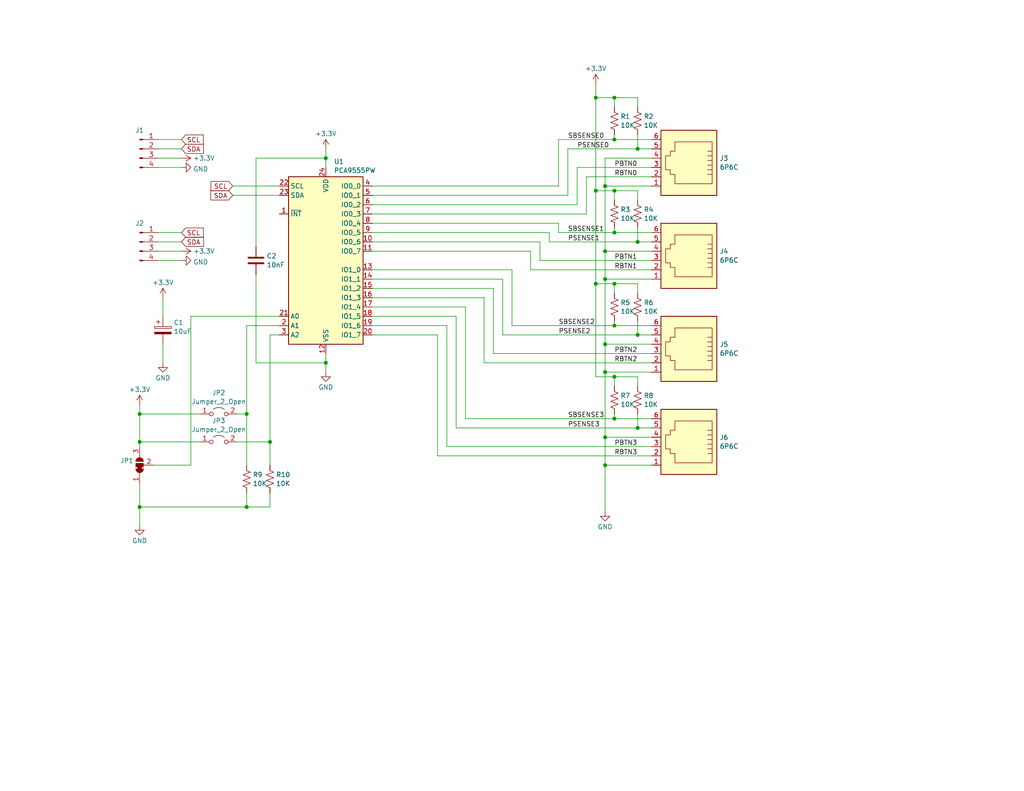
<source format=kicad_sch>
(kicad_sch (version 20230121) (generator eeschema)
  (paper "A")
  (title_block (title "TinyOOB Hub") (date "2024-02-02") (rev "1.0"))
  (lib_symbols
    (symbol "Connector:6P6C" (pin_names (offset 1.016))
      (property "Reference" "J" (at -5.08 11.43 0))
      (property "Value" "6P6C" (at 2.54 11.43 0))
      (symbol "6P6C_0_1"
        (polyline (pts (xy -6.35 -1.905) (xy -5.08 -1.905) (xy -5.08 -1.905)))
        (polyline (pts (xy -6.35 -0.635) (xy -5.08 -0.635) (xy -5.08 -0.635)))
        (polyline (pts (xy -6.35 0.635) (xy -5.08 0.635) (xy -5.08 0.635)))
        (polyline (pts (xy -6.35 1.905) (xy -5.08 1.905) (xy -5.08 1.905)))
        (polyline (pts (xy -6.35 3.175) (xy -5.08 3.175) (xy -5.08 3.175)))
        (polyline (pts (xy -5.08 4.445) (xy -6.35 4.445) (xy -6.35 4.445)))
        (polyline (pts (xy -6.35 -4.445) (xy -6.35 6.985) (xy 3.81 6.985) (xy 3.81 4.445) (xy 5.08 4.445) (xy 5.08 3.175) (xy 6.35 3.175) (xy 6.35 -0.635) (xy 5.08 -0.635) (xy 5.08 -1.905) (xy 3.81 -1.905) (xy 3.81 -4.445) (xy -6.35 -4.445) (xy -6.35 -4.445)))
        (rectangle (start 7.62 10.16) (end -7.62 -7.62) (stroke (width 0.254)) (fill (type background)))
      )
      (symbol "6P6C_1_1"
        (pin passive line (at 10.16 -5.08 180) (length 2.54) (name "~") (number "1"))
        (pin passive line (at 10.16 -2.54 180) (length 2.54) (name "~") (number "2"))
        (pin passive line (at 10.16 0 180) (length 2.54) (name "~") (number "3"))
        (pin passive line (at 10.16 2.54 180) (length 2.54) (name "~") (number "4"))
        (pin passive line (at 10.16 5.08 180) (length 2.54) (name "~") (number "5"))
        (pin passive line (at 10.16 7.62 180) (length 2.54) (name "~") (number "6"))
      )
    )
    (symbol "Connector:Conn_01x04_Male" (pin_names (offset 1.016) hide)
      (property "Reference" "J" (at 0 5.08 0))
      (property "Value" "Conn_01x04_Male" (at 0 -7.62 0))
      (symbol "Conn_01x04_Male_1_1"
        (polyline (pts (xy 1.27 -5.08) (xy 0.8636 -5.08)) (stroke (width 0.1524)))
        (polyline (pts (xy 1.27 -2.54) (xy 0.8636 -2.54)) (stroke (width 0.1524)))
        (polyline (pts (xy 1.27 0) (xy 0.8636 0)) (stroke (width 0.1524)))
        (polyline (pts (xy 1.27 2.54) (xy 0.8636 2.54)) (stroke (width 0.1524)))
        (rectangle (start 0.8636 -4.953) (end 0 -5.207) (stroke (width 0.1524)) (fill (type outline)))
        (rectangle (start 0.8636 -2.413) (end 0 -2.667) (stroke (width 0.1524)) (fill (type outline)))
        (rectangle (start 0.8636 0.127) (end 0 -0.127) (stroke (width 0.1524)) (fill (type outline)))
        (rectangle (start 0.8636 2.667) (end 0 2.413) (stroke (width 0.1524)) (fill (type outline)))
        (pin passive line (at 5.08 2.54 180) (length 3.81) (name "Pin_1") (number "1"))
        (pin passive line (at 5.08 0 180) (length 3.81) (name "Pin_2") (number "2"))
        (pin passive line (at 5.08 -2.54 180) (length 3.81) (name "Pin_3") (number "3"))
        (pin passive line (at 5.08 -5.08 180) (length 3.81) (name "Pin_4") (number "4"))
      )
    )
    (symbol "Device:C" (pin_numbers hide) (pin_names (offset 0.254))
      (property "Reference" "C" (at 0.635 2.54 0))
      (property "Value" "C" (at 0.635 -2.54 0))
      (symbol "C_0_1"
        (polyline (pts (xy -2.032 -0.762) (xy 2.032 -0.762)) (stroke (width 0.508)))
        (polyline (pts (xy -2.032 0.762) (xy 2.032 0.762)) (stroke (width 0.508)))
      )
      (symbol "C_1_1"
        (pin passive line (at 0 3.81 270) (length 2.794) (name "~") (number "1"))
        (pin passive line (at 0 -3.81 90) (length 2.794) (name "~") (number "2"))
      )
    )
    (symbol "Device:C_Polarized" (pin_numbers hide) (pin_names (offset 0.254))
      (property "Reference" "C" (at 0.635 2.54 0))
      (property "Value" "C_Polarized" (at 0.635 -2.54 0))
      (symbol "C_Polarized_0_1"
        (rectangle (start -2.286 0.508) (end 2.286 1.016))
        (polyline (pts (xy -1.778 2.286) (xy -0.762 2.286)))
        (polyline (pts (xy -1.27 2.794) (xy -1.27 1.778)))
        (rectangle (start 2.286 -0.508) (end -2.286 -1.016) (fill (type outline)))
      )
      (symbol "C_Polarized_1_1"
        (pin passive line (at 0 3.81 270) (length 2.794) (name "~") (number "1"))
        (pin passive line (at 0 -3.81 90) (length 2.794) (name "~") (number "2"))
      )
    )
    (symbol "Device:R_US" (pin_numbers hide) (pin_names (offset 0))
      (property "Reference" "R" (at 2.54 0 90))
      (property "Value" "R_US" (at -2.54 0 90))
      (symbol "R_US_0_1"
        (polyline (pts (xy 0 -2.286) (xy 0 -2.54)))
        (polyline (pts (xy 0 2.286) (xy 0 2.54)))
        (polyline (pts (xy 0 -0.762) (xy 1.016 -1.143) (xy 0 -1.524) (xy -1.016 -1.905) (xy 0 -2.286)))
        (polyline (pts (xy 0 0.762) (xy 1.016 0.381) (xy 0 0) (xy -1.016 -0.381) (xy 0 -0.762)))
        (polyline (pts (xy 0 2.286) (xy 1.016 1.905) (xy 0 1.524) (xy -1.016 1.143) (xy 0 0.762)))
      )
      (symbol "R_US_1_1"
        (pin passive line (at 0 3.81 270) (length 1.27) (name "~") (number "1"))
        (pin passive line (at 0 -3.81 90) (length 1.27) (name "~") (number "2"))
      )
    )
    (symbol "Interface_Expansion:PCA9555PW"
      (property "Reference" "U" (at -8.89 24.13 0))
      (property "Value" "PCA9555PW" (at 6.35 24.13 0))
      (symbol "PCA9555PW_0_1"
        (rectangle (start -10.16 22.86) (end 10.16 -22.86) (stroke (width 0.254)) (fill (type background)))
      )
      (symbol "PCA9555PW_1_1"
        (pin open_collector line (at -12.7 12.7 0) (length 2.54) (name "~{INT}") (number "1"))
        (pin bidirectional line (at 12.7 5.08 180) (length 2.54) (name "IO0_6") (number "10"))
        (pin bidirectional line (at 12.7 2.54 180) (length 2.54) (name "IO0_7") (number "11"))
        (pin power_in line (at 0 -25.4 90) (length 2.54) (name "VSS") (number "12"))
        (pin bidirectional line (at 12.7 -2.54 180) (length 2.54) (name "IO1_0") (number "13"))
        (pin bidirectional line (at 12.7 -5.08 180) (length 2.54) (name "IO1_1") (number "14"))
        (pin bidirectional line (at 12.7 -7.62 180) (length 2.54) (name "IO1_2") (number "15"))
        (pin bidirectional line (at 12.7 -10.16 180) (length 2.54) (name "IO1_3") (number "16"))
        (pin bidirectional line (at 12.7 -12.7 180) (length 2.54) (name "IO1_4") (number "17"))
        (pin bidirectional line (at 12.7 -15.24 180) (length 2.54) (name "IO1_5") (number "18"))
        (pin bidirectional line (at 12.7 -17.78 180) (length 2.54) (name "IO1_6") (number "19"))
        (pin input line (at -12.7 -17.78 0) (length 2.54) (name "A1") (number "2"))
        (pin bidirectional line (at 12.7 -20.32 180) (length 2.54) (name "IO1_7") (number "20"))
        (pin input line (at -12.7 -15.24 0) (length 2.54) (name "A0") (number "21"))
        (pin input line (at -12.7 20.32 0) (length 2.54) (name "SCL") (number "22"))
        (pin bidirectional line (at -12.7 17.78 0) (length 2.54) (name "SDA") (number "23"))
        (pin power_in line (at 0 25.4 270) (length 2.54) (name "VDD") (number "24"))
        (pin input line (at -12.7 -20.32 0) (length 2.54) (name "A2") (number "3"))
        (pin bidirectional line (at 12.7 20.32 180) (length 2.54) (name "IO0_0") (number "4"))
        (pin bidirectional line (at 12.7 17.78 180) (length 2.54) (name "IO0_1") (number "5"))
        (pin bidirectional line (at 12.7 15.24 180) (length 2.54) (name "IO0_2") (number "6"))
        (pin bidirectional line (at 12.7 12.7 180) (length 2.54) (name "IO0_3") (number "7"))
        (pin bidirectional line (at 12.7 10.16 180) (length 2.54) (name "IO0_4") (number "8"))
        (pin bidirectional line (at 12.7 7.62 180) (length 2.54) (name "IO0_5") (number "9"))
      )
    )
    (symbol "Jumper:Jumper_2_Open" (pin_names (offset 0) hide)
      (property "Reference" "JP" (at 0 2.794 0))
      (property "Value" "Jumper_2_Open" (at 0 -2.286 0))
      (symbol "Jumper_2_Open_0_0"
        (circle (center -2.032 0) (radius 0.508))
        (circle (center 2.032 0) (radius 0.508))
      )
      (symbol "Jumper_2_Open_0_1"
        (arc (start 1.524 1.27) (mid 0 1.778) (end -1.524 1.27))
      )
      (symbol "Jumper_2_Open_1_1"
        (pin passive line (at -5.08 0 0) (length 2.54) (name "A") (number "1"))
        (pin passive line (at 5.08 0 180) (length 2.54) (name "B") (number "2"))
      )
    )
    (symbol "Jumper:SolderJumper_3_Bridged12" (pin_names (offset 0) hide)
      (property "Reference" "JP" (at -2.54 -2.54 0))
      (property "Value" "SolderJumper_3_Bridged12" (at 0 2.794 0))
      (symbol "SolderJumper_3_Bridged12_0_1"
        (rectangle (start -1.016 0.508) (end -0.508 -0.508) (fill (type outline)))
        (arc (start -1.016 1.016) (mid -2.0276 0) (end -1.016 -1.016))
        (arc (start -1.016 1.016) (mid -2.0276 0) (end -1.016 -1.016) (fill (type outline)))
        (rectangle (start -0.508 1.016) (end 0.508 -1.016) (fill (type outline)))
        (polyline (pts (xy -2.54 0) (xy -2.032 0)))
        (polyline (pts (xy -1.016 1.016) (xy -1.016 -1.016)))
        (polyline (pts (xy 0 -1.27) (xy 0 -1.016)))
        (polyline (pts (xy 1.016 1.016) (xy 1.016 -1.016)))
        (polyline (pts (xy 2.54 0) (xy 2.032 0)))
        (arc (start 1.016 -1.016) (mid 2.0276 0) (end 1.016 1.016))
        (arc (start 1.016 -1.016) (mid 2.0276 0) (end 1.016 1.016) (fill (type outline)))
      )
      (symbol "SolderJumper_3_Bridged12_1_1"
        (pin passive line (at -5.08 0 0) (length 2.54) (name "A") (number "1"))
        (pin passive line (at 0 -3.81 90) (length 2.54) (name "C") (number "2"))
        (pin passive line (at 5.08 0 180) (length 2.54) (name "B") (number "3"))
      )
    )
    (symbol "power:+3.3V" (power) (pin_names (offset 0))
      (property "Value" "+3.3V" (at 0 3.556 0))
      (symbol "+3.3V_0_1"
        (polyline (pts (xy -0.762 1.27) (xy 0 2.54)))
        (polyline (pts (xy 0 0) (xy 0 2.54)))
        (polyline (pts (xy 0 2.54) (xy 0.762 1.27)))
      )
      (symbol "+3.3V_1_1"
        (pin power_in line (at 0 0 90) (length 0) hide (name "+3.3V") (number "1"))
      )
    )
    (symbol "power:GND" (power) (pin_names (offset 0))
      (property "Value" "GND" (at 0 -3.81 0))
      (symbol "GND_0_1"
        (polyline (pts (xy 0 0) (xy 0 -1.27) (xy 1.27 -1.27) (xy 0 -2.54) (xy -1.27 -1.27) (xy 0 -1.27)))
      )
      (symbol "GND_1_1"
        (pin power_in line (at 0 0 270) (length 0) hide (name "GND") (number "1"))
      )
    )
  )
  (junction (at 162.56 77.47))
  (junction (at 167.64 114.3))
  (junction (at 73.66 120.65))
  (junction (at 67.31 138.43))
  (junction (at 167.64 38.1))
  (junction (at 165.1 68.58))
  (junction (at 162.56 52.07))
  (junction (at 167.64 77.47))
  (junction (at 67.31 113.03))
  (junction (at 173.99 116.84))
  (junction (at 167.64 26.67))
  (junction (at 173.99 40.64))
  (junction (at 38.1 120.65))
  (junction (at 167.64 63.5))
  (junction (at 173.99 66.04))
  (junction (at 88.9 43.18))
  (junction (at 173.99 91.44))
  (junction (at 167.64 52.07))
  (junction (at 165.1 76.2))
  (junction (at 88.9 99.06))
  (junction (at 165.1 101.6))
  (junction (at 165.1 93.98))
  (junction (at 165.1 119.38))
  (junction (at 165.1 50.8))
  (junction (at 167.64 102.87))
  (junction (at 38.1 113.03))
  (junction (at 38.1 138.43))
  (junction (at 167.64 88.9))
  (junction (at 162.56 26.67))
  (junction (at 165.1 127))
  (wire (pts (xy 73.66 138.43) (xy 67.31 138.43)))
  (wire (pts (xy 167.64 63.5) (xy 177.8 63.5)))
  (wire (pts (xy 167.64 36.83) (xy 167.64 38.1)))
  (wire (pts (xy 76.2 91.44) (xy 73.66 91.44)))
  (wire (pts (xy 88.9 40.64) (xy 88.9 43.18)))
  (wire (pts (xy 132.08 81.28) (xy 132.08 99.06)))
  (wire (pts (xy 101.6 53.34) (xy 154.94 53.34)))
  (wire (pts (xy 43.18 71.12) (xy 49.53 71.12)))
  (wire (pts (xy 177.8 45.72) (xy 157.48 45.72)))
  (wire (pts (xy 167.64 87.63) (xy 167.64 88.9)))
  (wire (pts (xy 88.9 96.52) (xy 88.9 99.06)))
  (wire (pts (xy 73.66 91.44) (xy 73.66 120.65)))
  (wire (pts (xy 167.64 26.67) (xy 162.56 26.67)))
  (wire (pts (xy 101.6 86.36) (xy 124.46 86.36)))
  (wire (pts (xy 127 83.82) (xy 101.6 83.82)))
  (wire (pts (xy 147.32 66.04) (xy 101.6 66.04)))
  (wire (pts (xy 73.66 134.62) (xy 73.66 138.43)))
  (wire (pts (xy 67.31 127) (xy 67.31 113.03)))
  (wire (pts (xy 165.1 93.98) (xy 165.1 101.6)))
  (wire (pts (xy 38.1 113.03) (xy 54.61 113.03)))
  (wire (pts (xy 165.1 50.8) (xy 165.1 68.58)))
  (wire (pts (xy 101.6 58.42) (xy 160.02 58.42)))
  (wire (pts (xy 67.31 113.03) (xy 67.31 88.9)))
  (wire (pts (xy 167.64 26.67) (xy 167.64 29.21)))
  (wire (pts (xy 177.8 73.66) (xy 144.78 73.66)))
  (wire (pts (xy 177.8 43.18) (xy 165.1 43.18)))
  (wire (pts (xy 157.48 55.88) (xy 101.6 55.88)))
  (wire (pts (xy 173.99 54.61) (xy 173.99 52.07)))
  (wire (pts (xy 162.56 22.86) (xy 162.56 26.67)))
  (wire (pts (xy 43.18 45.72) (xy 49.53 45.72)))
  (wire (pts (xy 177.8 93.98) (xy 165.1 93.98)))
  (wire (pts (xy 124.46 116.84) (xy 173.99 116.84)))
  (wire (pts (xy 167.64 102.87) (xy 167.64 105.41)))
  (wire (pts (xy 134.62 96.52) (xy 134.62 78.74)))
  (wire (pts (xy 139.7 88.9) (xy 139.7 73.66)))
  (wire (pts (xy 173.99 77.47) (xy 167.64 77.47)))
  (wire (pts (xy 69.85 43.18) (xy 88.9 43.18)))
  (wire (pts (xy 173.99 36.83) (xy 173.99 40.64)))
  (wire (pts (xy 38.1 138.43) (xy 38.1 143.51)))
  (wire (pts (xy 173.99 80.01) (xy 173.99 77.47)))
  (wire (pts (xy 124.46 86.36) (xy 124.46 116.84)))
  (wire (pts (xy 67.31 134.62) (xy 67.31 138.43)))
  (wire (pts (xy 69.85 74.93) (xy 69.85 99.06)))
  (wire (pts (xy 173.99 102.87) (xy 167.64 102.87)))
  (wire (pts (xy 38.1 132.08) (xy 38.1 138.43)))
  (wire (pts (xy 177.8 127) (xy 165.1 127)))
  (wire (pts (xy 177.8 121.92) (xy 121.92 121.92)))
  (wire (pts (xy 69.85 99.06) (xy 88.9 99.06)))
  (wire (pts (xy 165.1 127) (xy 165.1 139.7)))
  (wire (pts (xy 173.99 62.23) (xy 173.99 66.04)))
  (wire (pts (xy 173.99 113.03) (xy 173.99 116.84)))
  (wire (pts (xy 177.8 76.2) (xy 165.1 76.2)))
  (wire (pts (xy 44.45 81.28) (xy 44.45 86.36)))
  (wire (pts (xy 177.8 38.1) (xy 167.64 38.1)))
  (wire (pts (xy 167.64 77.47) (xy 162.56 77.47)))
  (wire (pts (xy 165.1 68.58) (xy 165.1 76.2)))
  (wire (pts (xy 67.31 88.9) (xy 76.2 88.9)))
  (wire (pts (xy 64.77 113.03) (xy 67.31 113.03)))
  (wire (pts (xy 177.8 119.38) (xy 165.1 119.38)))
  (wire (pts (xy 76.2 86.36) (xy 52.07 86.36)))
  (wire (pts (xy 139.7 73.66) (xy 101.6 73.66)))
  (wire (pts (xy 38.1 120.65) (xy 38.1 121.92)))
  (wire (pts (xy 165.1 101.6) (xy 165.1 119.38)))
  (wire (pts (xy 121.92 121.92) (xy 121.92 88.9)))
  (wire (pts (xy 38.1 110.49) (xy 38.1 113.03)))
  (wire (pts (xy 167.64 52.07) (xy 167.64 54.61)))
  (wire (pts (xy 73.66 120.65) (xy 73.66 127)))
  (wire (pts (xy 177.8 68.58) (xy 165.1 68.58)))
  (wire (pts (xy 173.99 26.67) (xy 167.64 26.67)))
  (wire (pts (xy 154.94 40.64) (xy 173.99 40.64)))
  (wire (pts (xy 152.4 63.5) (xy 167.64 63.5)))
  (wire (pts (xy 101.6 63.5) (xy 149.86 63.5)))
  (wire (pts (xy 137.16 76.2) (xy 137.16 91.44)))
  (wire (pts (xy 173.99 116.84) (xy 177.8 116.84)))
  (wire (pts (xy 63.5 53.34) (xy 76.2 53.34)))
  (wire (pts (xy 177.8 96.52) (xy 134.62 96.52)))
  (wire (pts (xy 173.99 91.44) (xy 177.8 91.44)))
  (wire (pts (xy 177.8 71.12) (xy 147.32 71.12)))
  (wire (pts (xy 43.18 38.1) (xy 49.53 38.1)))
  (wire (pts (xy 88.9 43.18) (xy 88.9 45.72)))
  (wire (pts (xy 38.1 138.43) (xy 67.31 138.43)))
  (wire (pts (xy 162.56 52.07) (xy 162.56 26.67)))
  (wire (pts (xy 132.08 99.06) (xy 177.8 99.06)))
  (wire (pts (xy 43.18 63.5) (xy 49.53 63.5)))
  (wire (pts (xy 177.8 101.6) (xy 165.1 101.6)))
  (wire (pts (xy 165.1 119.38) (xy 165.1 127)))
  (wire (pts (xy 154.94 53.34) (xy 154.94 40.64)))
  (wire (pts (xy 173.99 87.63) (xy 173.99 91.44)))
  (wire (pts (xy 43.18 68.58) (xy 49.53 68.58)))
  (wire (pts (xy 173.99 29.21) (xy 173.99 26.67)))
  (wire (pts (xy 177.8 50.8) (xy 165.1 50.8)))
  (wire (pts (xy 167.64 52.07) (xy 162.56 52.07)))
  (wire (pts (xy 167.64 77.47) (xy 167.64 80.01)))
  (wire (pts (xy 101.6 91.44) (xy 119.38 91.44)))
  (wire (pts (xy 38.1 113.03) (xy 38.1 120.65)))
  (wire (pts (xy 147.32 71.12) (xy 147.32 66.04)))
  (wire (pts (xy 157.48 45.72) (xy 157.48 55.88)))
  (wire (pts (xy 144.78 68.58) (xy 101.6 68.58)))
  (wire (pts (xy 167.64 113.03) (xy 167.64 114.3)))
  (wire (pts (xy 167.64 102.87) (xy 162.56 102.87)))
  (wire (pts (xy 52.07 86.36) (xy 52.07 127)))
  (wire (pts (xy 152.4 38.1) (xy 152.4 50.8)))
  (wire (pts (xy 144.78 73.66) (xy 144.78 68.58)))
  (wire (pts (xy 63.5 50.8) (xy 76.2 50.8)))
  (wire (pts (xy 64.77 120.65) (xy 73.66 120.65)))
  (wire (pts (xy 165.1 76.2) (xy 165.1 93.98)))
  (wire (pts (xy 88.9 99.06) (xy 88.9 101.6)))
  (wire (pts (xy 44.45 93.98) (xy 44.45 99.06)))
  (wire (pts (xy 134.62 78.74) (xy 101.6 78.74)))
  (wire (pts (xy 101.6 76.2) (xy 137.16 76.2)))
  (wire (pts (xy 152.4 50.8) (xy 101.6 50.8)))
  (wire (pts (xy 165.1 43.18) (xy 165.1 50.8)))
  (wire (pts (xy 177.8 114.3) (xy 167.64 114.3)))
  (wire (pts (xy 119.38 91.44) (xy 119.38 124.46)))
  (wire (pts (xy 160.02 58.42) (xy 160.02 48.26)))
  (wire (pts (xy 149.86 63.5) (xy 149.86 66.04)))
  (wire (pts (xy 38.1 120.65) (xy 54.61 120.65)))
  (wire (pts (xy 139.7 88.9) (xy 167.64 88.9)))
  (wire (pts (xy 52.07 127) (xy 41.91 127)))
  (wire (pts (xy 162.56 102.87) (xy 162.56 77.47)))
  (wire (pts (xy 43.18 66.04) (xy 49.53 66.04)))
  (wire (pts (xy 101.6 60.96) (xy 152.4 60.96)))
  (wire (pts (xy 43.18 43.18) (xy 49.53 43.18)))
  (wire (pts (xy 152.4 60.96) (xy 152.4 63.5)))
  (wire (pts (xy 101.6 81.28) (xy 132.08 81.28)))
  (wire (pts (xy 121.92 88.9) (xy 101.6 88.9)))
  (wire (pts (xy 173.99 40.64) (xy 177.8 40.64)))
  (wire (pts (xy 167.64 62.23) (xy 167.64 63.5)))
  (wire (pts (xy 167.64 114.3) (xy 127 114.3)))
  (wire (pts (xy 127 114.3) (xy 127 83.82)))
  (wire (pts (xy 137.16 91.44) (xy 173.99 91.44)))
  (wire (pts (xy 173.99 66.04) (xy 177.8 66.04)))
  (wire (pts (xy 149.86 66.04) (xy 173.99 66.04)))
  (wire (pts (xy 177.8 88.9) (xy 167.64 88.9)))
  (wire (pts (xy 162.56 77.47) (xy 162.56 52.07)))
  (wire (pts (xy 43.18 40.64) (xy 49.53 40.64)))
  (wire (pts (xy 173.99 105.41) (xy 173.99 102.87)))
  (wire (pts (xy 160.02 48.26) (xy 177.8 48.26)))
  (wire (pts (xy 69.85 67.31) (xy 69.85 43.18)))
  (wire (pts (xy 167.64 38.1) (xy 152.4 38.1)))
  (wire (pts (xy 173.99 52.07) (xy 167.64 52.07)))
  (wire (pts (xy 119.38 124.46) (xy 177.8 124.46)))
  (label "PBTN1" (at 167.64 71.12 0))
  (label "PSENSE1" (at 154.94 66.04 0))
  (label "RBTN0" (at 167.64 48.26 0))
  (label "PBTN3" (at 167.64 121.92 0))
  (label "RBTN1" (at 167.64 73.66 0))
  (label "PSENSE2" (at 152.4 91.44 0))
  (label "SBSENSE3" (at 154.94 114.3 0))
  (label "RBTN3" (at 167.64 124.46 0))
  (label "PSENSE0" (at 157.48 40.64 0))
  (label "SBSENSE0" (at 154.94 38.1 0))
  (label "SBSENSE1" (at 154.94 63.5 0))
  (label "PBTN2" (at 167.64 96.52 0))
  (label "PBTN0" (at 167.64 45.72 0))
  (label "PSENSE3" (at 154.94 116.84 0))
  (label "RBTN2" (at 167.64 99.06 0))
  (label "SBSENSE2" (at 152.4 88.9 0))
  (global_label "SCL" (shape input) (at 63.5 50.8 180) (property "Intersheetrefs" "${INTERSHEET_REFS}" (effects hide)))
  (global_label "SCL" (shape input) (at 49.53 63.5 0) (property "Intersheetrefs" "${INTERSHEET_REFS}" (effects hide)))
  (global_label "SDA" (shape input) (at 49.53 40.64 0) (property "Intersheetrefs" "${INTERSHEET_REFS}" (effects hide)))
  (global_label "SDA" (shape input) (at 49.53 66.04 0) (property "Intersheetrefs" "${INTERSHEET_REFS}" (effects hide)))
  (global_label "SDA" (shape input) (at 63.5 53.34 180) (property "Intersheetrefs" "${INTERSHEET_REFS}" (effects hide)))
  (global_label "SCL" (shape input) (at 49.53 38.1 0) (property "Intersheetrefs" "${INTERSHEET_REFS}" (effects hide)))
  (symbol (lib_id "Interface_Expansion:PCA9555PW") (at 88.9 71.12 0) (unit 1)
    (property "Reference" "U1" (at 91.0941 44.1157 0) (effects (justify left)))
    (property "Value" "PCA9555PW" (at 91.0941 46.5399 0) (effects (justify left)))
    (property "Footprint" "Package_SO:TSSOP-24_4.4x7.8mm_P0.65mm" (effects hide))
    (property "Datasheet" "https://www.nxp.com/docs/en/data-sheet/PCA9555.pdf" (effects hide))
  )
  (symbol (lib_id "Connector:6P6C") (at 187.96 71.12 0) (mirror y) (unit 1)
    (property "Reference" "J4" (at 196.342 68.6379 0) (effects (justify right)))
    (property "Value" "6P6C" (at 196.342 71.0621 0) (effects (justify right)))
    (property "Footprint" "footprints:CUI_CRJ030-G-TH" (effects hide))
  )
  (symbol (lib_id "Device:C") (at 69.85 71.12 0) (unit 1)
    (property "Reference" "C2" (at 72.771 69.9079 0) (effects (justify left)))
    (property "Value" "10nF" (at 72.771 72.3321 0) (effects (justify left)))
    (property "Footprint" "Capacitor_SMD:C_0805_2012Metric_Pad1.18x1.45mm_HandSolder" (effects hide))
  )
  (symbol (lib_id "power:+3.3V") (at 49.53 68.58 270) (unit 1)
    (property "Reference" "#PWR03" (effects hide))
    (property "Value" "+3.3V" (at 52.705 68.58 90) (effects (justify left)))
  )
  (symbol (lib_id "Connector:6P6C") (at 187.96 121.92 0) (mirror y) (unit 1)
    (property "Reference" "J6" (at 196.342 119.4379 0) (effects (justify right)))
    (property "Value" "6P6C" (at 196.342 121.8621 0) (effects (justify right)))
    (property "Footprint" "footprints:CUI_CRJ030-G-TH" (effects hide))
  )
  (symbol (lib_id "power:GND") (at 44.45 99.06 0) (unit 1)
    (property "Reference" "#PWR010" (effects hide))
    (property "Value" "GND" (at 44.45 103.1931 0))
  )
  (symbol (lib_id "Connector:6P6C") (at 187.96 96.52 0) (mirror y) (unit 1)
    (property "Reference" "J5" (at 196.342 94.0379 0) (effects (justify right)))
    (property "Value" "6P6C" (at 196.342 96.4621 0) (effects (justify right)))
    (property "Footprint" "footprints:CUI_CRJ030-G-TH" (effects hide))
  )
  (symbol (lib_id "Device:C_Polarized") (at 44.45 90.17 0) (unit 1)
    (property "Reference" "C1" (at 47.371 88.0689 0) (effects (justify left)))
    (property "Value" "10uF" (at 47.371 90.4931 0) (effects (justify left)))
    (property "Footprint" "Capacitor_THT:CP_Radial_D5.0mm_P2.50mm" (effects hide))
  )
  (symbol (lib_id "Device:R_US") (at 173.99 33.02 0) (unit 1)
    (property "Reference" "R2" (at 175.641 31.8079 0) (effects (justify left)))
    (property "Value" "10K" (at 175.641 34.2321 0) (effects (justify left)))
    (property "Footprint" "Resistor_SMD:R_0805_2012Metric_Pad1.20x1.40mm_HandSolder" (effects hide))
  )
  (symbol (lib_id "power:GND") (at 38.1 143.51 0) (unit 1)
    (property "Reference" "#PWR012" (effects hide))
    (property "Value" "GND" (at 38.1 147.6431 0))
  )
  (symbol (lib_id "Jumper:Jumper_2_Open") (at 59.69 120.65 0) (unit 1)
    (property "Reference" "JP3" (at 59.69 114.8547 0))
    (property "Value" "Jumper_2_Open" (at 59.69 117.2789 0))
    (property "Footprint" "Connector_PinHeader_2.00mm:PinHeader_1x02_P2.00mm_Vertical" (effects hide))
  )
  (symbol (lib_id "Device:R_US") (at 73.66 130.81 0) (unit 1)
    (property "Reference" "R10" (at 75.311 129.5979 0) (effects (justify left)))
    (property "Value" "10K" (at 75.311 132.0221 0) (effects (justify left)))
    (property "Footprint" "Resistor_SMD:R_0805_2012Metric_Pad1.20x1.40mm_HandSolder" (effects hide))
  )
  (symbol (lib_id "Jumper:SolderJumper_3_Bridged12") (at 38.1 127 90) (unit 1)
    (property "Reference" "JP1" (at 36.4491 125.7879 90) (effects (justify left)))
    (property "Value" "SolderJumper_3_Bridged12" (effects hide))
    (property "Footprint" "Jumper:SolderJumper-3_P1.3mm_Bridged12_Pad1.0x1.5mm" (effects hide))
  )
  (symbol (lib_id "power:GND") (at 49.53 45.72 90) (unit 1)
    (property "Reference" "#PWR02" (effects hide))
    (property "Value" "GND" (at 52.705 46.1538 90) (effects (justify right)))
  )
  (symbol (lib_id "power:GND") (at 88.9 101.6 0) (unit 1)
    (property "Reference" "#PWR08" (effects hide))
    (property "Value" "GND" (at 88.9 105.7331 0))
  )
  (symbol (lib_id "Connector:Conn_01x04_Male") (at 38.1 66.04 0) (unit 1)
    (property "Reference" "J2" (at 38.1 60.96 0))
    (property "Value" "Conn_01x04_Male" (effects hide))
    (property "Footprint" "Connector_JST:JST_PH_B4B-PH-K_1x04_P2.00mm_Vertical" (effects hide))
  )
  (symbol (lib_id "power:GND") (at 49.53 71.12 90) (unit 1)
    (property "Reference" "#PWR04" (effects hide))
    (property "Value" "GND" (at 52.705 71.5538 90) (effects (justify right)))
  )
  (symbol (lib_id "Device:R_US") (at 173.99 109.22 0) (unit 1)
    (property "Reference" "R8" (at 175.641 108.0079 0) (effects (justify left)))
    (property "Value" "10K" (at 175.641 110.4321 0) (effects (justify left)))
    (property "Footprint" "Resistor_SMD:R_0805_2012Metric_Pad1.20x1.40mm_HandSolder" (effects hide))
  )
  (symbol (lib_id "Device:R_US") (at 167.64 58.42 0) (unit 1)
    (property "Reference" "R3" (at 169.291 57.2079 0) (effects (justify left)))
    (property "Value" "10K" (at 169.291 59.6321 0) (effects (justify left)))
    (property "Footprint" "Resistor_SMD:R_0805_2012Metric_Pad1.20x1.40mm_HandSolder" (effects hide))
  )
  (symbol (lib_id "Device:R_US") (at 167.64 83.82 0) (unit 1)
    (property "Reference" "R5" (at 169.291 82.6079 0) (effects (justify left)))
    (property "Value" "10K" (at 169.291 85.0321 0) (effects (justify left)))
    (property "Footprint" "Resistor_SMD:R_0805_2012Metric_Pad1.20x1.40mm_HandSolder" (effects hide))
  )
  (symbol (lib_id "power:+3.3V") (at 44.45 81.28 0) (unit 1)
    (property "Reference" "#PWR09" (effects hide))
    (property "Value" "+3.3V" (at 44.45 77.1469 0))
  )
  (symbol (lib_id "Device:R_US") (at 67.31 130.81 0) (unit 1)
    (property "Reference" "R9" (at 68.961 129.5979 0) (effects (justify left)))
    (property "Value" "10K" (at 68.961 132.0221 0) (effects (justify left)))
    (property "Footprint" "Resistor_SMD:R_0805_2012Metric_Pad1.20x1.40mm_HandSolder" (effects hide))
  )
  (symbol (lib_id "power:+3.3V") (at 38.1 110.49 0) (unit 1)
    (property "Reference" "#PWR011" (effects hide))
    (property "Value" "+3.3V" (at 38.1 106.3569 0))
  )
  (symbol (lib_id "Connector:Conn_01x04_Male") (at 38.1 40.64 0) (unit 1)
    (property "Reference" "J1" (at 38.1 35.56 0))
    (property "Value" "Conn_01x04_Male" (effects hide))
    (property "Footprint" "Connector_JST:JST_PH_B4B-PH-K_1x04_P2.00mm_Vertical" (effects hide))
  )
  (symbol (lib_id "power:GND") (at 165.1 139.7 0) (unit 1)
    (property "Reference" "#PWR05" (effects hide))
    (property "Value" "GND" (at 165.1 143.8331 0))
  )
  (symbol (lib_id "Device:R_US") (at 173.99 58.42 0) (unit 1)
    (property "Reference" "R4" (at 175.641 57.2079 0) (effects (justify left)))
    (property "Value" "10K" (at 175.641 59.6321 0) (effects (justify left)))
    (property "Footprint" "Resistor_SMD:R_0805_2012Metric_Pad1.20x1.40mm_HandSolder" (effects hide))
  )
  (symbol (lib_id "Device:R_US") (at 173.99 83.82 0) (unit 1)
    (property "Reference" "R6" (at 175.641 82.6079 0) (effects (justify left)))
    (property "Value" "10K" (at 175.641 85.0321 0) (effects (justify left)))
    (property "Footprint" "Resistor_SMD:R_0805_2012Metric_Pad1.20x1.40mm_HandSolder" (effects hide))
  )
  (symbol (lib_id "Jumper:Jumper_2_Open") (at 59.69 113.03 0) (unit 1)
    (property "Reference" "JP2" (at 59.69 107.2347 0))
    (property "Value" "Jumper_2_Open" (at 59.69 109.6589 0))
    (property "Footprint" "Connector_PinHeader_2.00mm:PinHeader_1x02_P2.00mm_Vertical" (effects hide))
  )
  (symbol (lib_id "Connector:6P6C") (at 187.96 45.72 0) (mirror y) (unit 1)
    (property "Reference" "J3" (at 196.342 43.2379 0) (effects (justify right)))
    (property "Value" "6P6C" (at 196.342 45.6621 0) (effects (justify right)))
    (property "Footprint" "footprints:CUI_CRJ030-G-TH" (effects hide))
  )
  (symbol (lib_id "power:+3.3V") (at 162.56 22.86 0) (unit 1)
    (property "Reference" "#PWR07" (effects hide))
    (property "Value" "+3.3V" (at 162.56 18.7269 0))
  )
  (symbol (lib_id "power:+3.3V") (at 49.53 43.18 270) (unit 1)
    (property "Reference" "#PWR01" (effects hide))
    (property "Value" "+3.3V" (at 52.705 43.18 90) (effects (justify left)))
  )
  (symbol (lib_id "power:+3.3V") (at 88.9 40.64 0) (unit 1)
    (property "Reference" "#PWR06" (effects hide))
    (property "Value" "+3.3V" (at 88.9 36.5069 0))
  )
  (symbol (lib_id "Device:R_US") (at 167.64 33.02 0) (unit 1)
    (property "Reference" "R1" (at 169.291 31.8079 0) (effects (justify left)))
    (property "Value" "10K" (at 169.291 34.2321 0) (effects (justify left)))
    (property "Footprint" "Resistor_SMD:R_0805_2012Metric_Pad1.20x1.40mm_HandSolder" (effects hide))
  )
  (symbol (lib_id "Device:R_US") (at 167.64 109.22 0) (unit 1)
    (property "Reference" "R7" (at 169.291 108.0079 0) (effects (justify left)))
    (property "Value" "10K" (at 169.291 110.4321 0) (effects (justify left)))
    (property "Footprint" "Resistor_SMD:R_0805_2012Metric_Pad1.20x1.40mm_HandSolder" (effects hide))
  )
)
</source>
